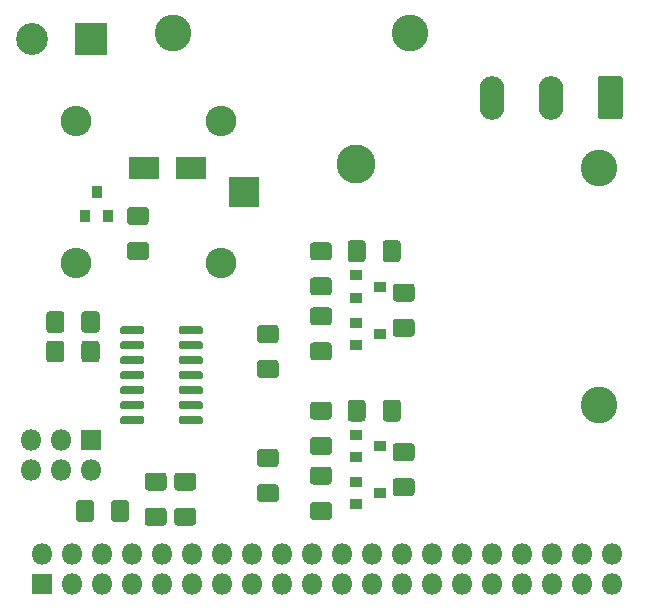
<source format=gbr>
%TF.GenerationSoftware,KiCad,Pcbnew,(5.1.6)-1*%
%TF.CreationDate,2020-09-02T15:00:01+09:00*%
%TF.ProjectId,attiny1614_accsupervisor,61747469-6e79-4313-9631-345f61636373,r01*%
%TF.SameCoordinates,Original*%
%TF.FileFunction,Soldermask,Bot*%
%TF.FilePolarity,Negative*%
%FSLAX46Y46*%
G04 Gerber Fmt 4.6, Leading zero omitted, Abs format (unit mm)*
G04 Created by KiCad (PCBNEW (5.1.6)-1) date 2020-09-02 15:00:01*
%MOMM*%
%LPD*%
G01*
G04 APERTURE LIST*
%ADD10R,2.600000X1.900000*%
%ADD11C,3.100000*%
%ADD12O,2.100000X3.700000*%
%ADD13R,2.700000X2.700000*%
%ADD14C,2.700000*%
%ADD15R,1.800000X1.800000*%
%ADD16O,1.800000X1.800000*%
%ADD17R,2.600000X2.600000*%
%ADD18O,2.600000X2.600000*%
%ADD19R,0.900000X1.000000*%
%ADD20R,1.000000X0.900000*%
%ADD21C,3.300000*%
G04 APERTURE END LIST*
%TO.C,C3*%
G36*
G01*
X202250000Y-92342544D02*
X202250000Y-93657456D01*
G75*
G02*
X201982456Y-93925000I-267544J0D01*
G01*
X200992544Y-93925000D01*
G75*
G02*
X200725000Y-93657456I0J267544D01*
G01*
X200725000Y-92342544D01*
G75*
G02*
X200992544Y-92075000I267544J0D01*
G01*
X201982456Y-92075000D01*
G75*
G02*
X202250000Y-92342544I0J-267544D01*
G01*
G37*
G36*
G01*
X199275000Y-92342544D02*
X199275000Y-93657456D01*
G75*
G02*
X199007456Y-93925000I-267544J0D01*
G01*
X198017544Y-93925000D01*
G75*
G02*
X197750000Y-93657456I0J267544D01*
G01*
X197750000Y-92342544D01*
G75*
G02*
X198017544Y-92075000I267544J0D01*
G01*
X199007456Y-92075000D01*
G75*
G02*
X199275000Y-92342544I0J-267544D01*
G01*
G37*
%TD*%
D10*
%TO.C,D1*%
X207500000Y-64000000D03*
X203500000Y-64000000D03*
%TD*%
D11*
%TO.C,F1*%
X226000000Y-52500000D03*
X206000000Y-52500000D03*
%TD*%
%TO.C,F2*%
X242000000Y-84000000D03*
X242000000Y-64000000D03*
%TD*%
%TO.C,J2*%
G36*
G01*
X244050000Y-56412500D02*
X244050000Y-59587500D01*
G75*
G02*
X243787500Y-59850000I-262500J0D01*
G01*
X242212500Y-59850000D01*
G75*
G02*
X241950000Y-59587500I0J262500D01*
G01*
X241950000Y-56412500D01*
G75*
G02*
X242212500Y-56150000I262500J0D01*
G01*
X243787500Y-56150000D01*
G75*
G02*
X244050000Y-56412500I0J-262500D01*
G01*
G37*
D12*
X238000000Y-58000000D03*
X233000000Y-58000000D03*
%TD*%
D13*
%TO.C,J3*%
X199000000Y-53000000D03*
D14*
X194000000Y-53000000D03*
%TD*%
D15*
%TO.C,J4*%
X194870000Y-99170000D03*
D16*
X194870000Y-96630000D03*
X197410000Y-99170000D03*
X197410000Y-96630000D03*
X199950000Y-99170000D03*
X199950000Y-96630000D03*
X202490000Y-99170000D03*
X202490000Y-96630000D03*
X205030000Y-99170000D03*
X205030000Y-96630000D03*
X207570000Y-99170000D03*
X207570000Y-96630000D03*
X210110000Y-99170000D03*
X210110000Y-96630000D03*
X212650000Y-99170000D03*
X212650000Y-96630000D03*
X215190000Y-99170000D03*
X215190000Y-96630000D03*
X217730000Y-99170000D03*
X217730000Y-96630000D03*
X220270000Y-99170000D03*
X220270000Y-96630000D03*
X222810000Y-99170000D03*
X222810000Y-96630000D03*
X225350000Y-99170000D03*
X225350000Y-96630000D03*
X227890000Y-99170000D03*
X227890000Y-96630000D03*
X230430000Y-99170000D03*
X230430000Y-96630000D03*
X232970000Y-99170000D03*
X232970000Y-96630000D03*
X235510000Y-99170000D03*
X235510000Y-96630000D03*
X238050000Y-99170000D03*
X238050000Y-96630000D03*
X240590000Y-99170000D03*
X240590000Y-96630000D03*
X243130000Y-99170000D03*
X243130000Y-96630000D03*
%TD*%
D15*
%TO.C,J5*%
X199000000Y-87000000D03*
D16*
X199000000Y-89540000D03*
X196460000Y-87000000D03*
X196460000Y-89540000D03*
X193920000Y-87000000D03*
X193920000Y-89540000D03*
%TD*%
D17*
%TO.C,K1*%
X212000000Y-66000000D03*
D18*
X210000000Y-60000000D03*
X197800000Y-60000000D03*
X197800000Y-72000000D03*
X210000000Y-72000000D03*
%TD*%
D19*
%TO.C,Q1*%
X200450000Y-68000000D03*
X198550000Y-68000000D03*
X199500000Y-66000000D03*
%TD*%
D20*
%TO.C,Q2*%
X223500000Y-78000000D03*
X221500000Y-77050000D03*
X221500000Y-78950000D03*
%TD*%
%TO.C,Q3*%
X221500000Y-92450000D03*
X221500000Y-90550000D03*
X223500000Y-91500000D03*
%TD*%
%TO.C,Q4*%
X221500000Y-74950000D03*
X221500000Y-73050000D03*
X223500000Y-74000000D03*
%TD*%
%TO.C,Q5*%
X223500000Y-87500000D03*
X221500000Y-86550000D03*
X221500000Y-88450000D03*
%TD*%
%TO.C,R1*%
G36*
G01*
X202342544Y-67250000D02*
X203657456Y-67250000D01*
G75*
G02*
X203925000Y-67517544I0J-267544D01*
G01*
X203925000Y-68507456D01*
G75*
G02*
X203657456Y-68775000I-267544J0D01*
G01*
X202342544Y-68775000D01*
G75*
G02*
X202075000Y-68507456I0J267544D01*
G01*
X202075000Y-67517544D01*
G75*
G02*
X202342544Y-67250000I267544J0D01*
G01*
G37*
G36*
G01*
X202342544Y-70225000D02*
X203657456Y-70225000D01*
G75*
G02*
X203925000Y-70492544I0J-267544D01*
G01*
X203925000Y-71482456D01*
G75*
G02*
X203657456Y-71750000I-267544J0D01*
G01*
X202342544Y-71750000D01*
G75*
G02*
X202075000Y-71482456I0J267544D01*
G01*
X202075000Y-70492544D01*
G75*
G02*
X202342544Y-70225000I267544J0D01*
G01*
G37*
%TD*%
%TO.C,R2*%
G36*
G01*
X213342544Y-80225000D02*
X214657456Y-80225000D01*
G75*
G02*
X214925000Y-80492544I0J-267544D01*
G01*
X214925000Y-81482456D01*
G75*
G02*
X214657456Y-81750000I-267544J0D01*
G01*
X213342544Y-81750000D01*
G75*
G02*
X213075000Y-81482456I0J267544D01*
G01*
X213075000Y-80492544D01*
G75*
G02*
X213342544Y-80225000I267544J0D01*
G01*
G37*
G36*
G01*
X213342544Y-77250000D02*
X214657456Y-77250000D01*
G75*
G02*
X214925000Y-77517544I0J-267544D01*
G01*
X214925000Y-78507456D01*
G75*
G02*
X214657456Y-78775000I-267544J0D01*
G01*
X213342544Y-78775000D01*
G75*
G02*
X213075000Y-78507456I0J267544D01*
G01*
X213075000Y-77517544D01*
G75*
G02*
X213342544Y-77250000I267544J0D01*
G01*
G37*
%TD*%
%TO.C,R3*%
G36*
G01*
X214657456Y-92250000D02*
X213342544Y-92250000D01*
G75*
G02*
X213075000Y-91982456I0J267544D01*
G01*
X213075000Y-90992544D01*
G75*
G02*
X213342544Y-90725000I267544J0D01*
G01*
X214657456Y-90725000D01*
G75*
G02*
X214925000Y-90992544I0J-267544D01*
G01*
X214925000Y-91982456D01*
G75*
G02*
X214657456Y-92250000I-267544J0D01*
G01*
G37*
G36*
G01*
X214657456Y-89275000D02*
X213342544Y-89275000D01*
G75*
G02*
X213075000Y-89007456I0J267544D01*
G01*
X213075000Y-88017544D01*
G75*
G02*
X213342544Y-87750000I267544J0D01*
G01*
X214657456Y-87750000D01*
G75*
G02*
X214925000Y-88017544I0J-267544D01*
G01*
X214925000Y-89007456D01*
G75*
G02*
X214657456Y-89275000I-267544J0D01*
G01*
G37*
%TD*%
%TO.C,R4*%
G36*
G01*
X226157456Y-78250000D02*
X224842544Y-78250000D01*
G75*
G02*
X224575000Y-77982456I0J267544D01*
G01*
X224575000Y-76992544D01*
G75*
G02*
X224842544Y-76725000I267544J0D01*
G01*
X226157456Y-76725000D01*
G75*
G02*
X226425000Y-76992544I0J-267544D01*
G01*
X226425000Y-77982456D01*
G75*
G02*
X226157456Y-78250000I-267544J0D01*
G01*
G37*
G36*
G01*
X226157456Y-75275000D02*
X224842544Y-75275000D01*
G75*
G02*
X224575000Y-75007456I0J267544D01*
G01*
X224575000Y-74017544D01*
G75*
G02*
X224842544Y-73750000I267544J0D01*
G01*
X226157456Y-73750000D01*
G75*
G02*
X226425000Y-74017544I0J-267544D01*
G01*
X226425000Y-75007456D01*
G75*
G02*
X226157456Y-75275000I-267544J0D01*
G01*
G37*
%TD*%
%TO.C,R5*%
G36*
G01*
X226157456Y-88775000D02*
X224842544Y-88775000D01*
G75*
G02*
X224575000Y-88507456I0J267544D01*
G01*
X224575000Y-87517544D01*
G75*
G02*
X224842544Y-87250000I267544J0D01*
G01*
X226157456Y-87250000D01*
G75*
G02*
X226425000Y-87517544I0J-267544D01*
G01*
X226425000Y-88507456D01*
G75*
G02*
X226157456Y-88775000I-267544J0D01*
G01*
G37*
G36*
G01*
X226157456Y-91750000D02*
X224842544Y-91750000D01*
G75*
G02*
X224575000Y-91482456I0J267544D01*
G01*
X224575000Y-90492544D01*
G75*
G02*
X224842544Y-90225000I267544J0D01*
G01*
X226157456Y-90225000D01*
G75*
G02*
X226425000Y-90492544I0J-267544D01*
G01*
X226425000Y-91482456D01*
G75*
G02*
X226157456Y-91750000I-267544J0D01*
G01*
G37*
%TD*%
%TO.C,R6*%
G36*
G01*
X220750000Y-71657456D02*
X220750000Y-70342544D01*
G75*
G02*
X221017544Y-70075000I267544J0D01*
G01*
X222007456Y-70075000D01*
G75*
G02*
X222275000Y-70342544I0J-267544D01*
G01*
X222275000Y-71657456D01*
G75*
G02*
X222007456Y-71925000I-267544J0D01*
G01*
X221017544Y-71925000D01*
G75*
G02*
X220750000Y-71657456I0J267544D01*
G01*
G37*
G36*
G01*
X223725000Y-71657456D02*
X223725000Y-70342544D01*
G75*
G02*
X223992544Y-70075000I267544J0D01*
G01*
X224982456Y-70075000D01*
G75*
G02*
X225250000Y-70342544I0J-267544D01*
G01*
X225250000Y-71657456D01*
G75*
G02*
X224982456Y-71925000I-267544J0D01*
G01*
X223992544Y-71925000D01*
G75*
G02*
X223725000Y-71657456I0J267544D01*
G01*
G37*
%TD*%
%TO.C,R7*%
G36*
G01*
X223725000Y-85157456D02*
X223725000Y-83842544D01*
G75*
G02*
X223992544Y-83575000I267544J0D01*
G01*
X224982456Y-83575000D01*
G75*
G02*
X225250000Y-83842544I0J-267544D01*
G01*
X225250000Y-85157456D01*
G75*
G02*
X224982456Y-85425000I-267544J0D01*
G01*
X223992544Y-85425000D01*
G75*
G02*
X223725000Y-85157456I0J267544D01*
G01*
G37*
G36*
G01*
X220750000Y-85157456D02*
X220750000Y-83842544D01*
G75*
G02*
X221017544Y-83575000I267544J0D01*
G01*
X222007456Y-83575000D01*
G75*
G02*
X222275000Y-83842544I0J-267544D01*
G01*
X222275000Y-85157456D01*
G75*
G02*
X222007456Y-85425000I-267544J0D01*
G01*
X221017544Y-85425000D01*
G75*
G02*
X220750000Y-85157456I0J267544D01*
G01*
G37*
%TD*%
%TO.C,R8*%
G36*
G01*
X219157456Y-74750000D02*
X217842544Y-74750000D01*
G75*
G02*
X217575000Y-74482456I0J267544D01*
G01*
X217575000Y-73492544D01*
G75*
G02*
X217842544Y-73225000I267544J0D01*
G01*
X219157456Y-73225000D01*
G75*
G02*
X219425000Y-73492544I0J-267544D01*
G01*
X219425000Y-74482456D01*
G75*
G02*
X219157456Y-74750000I-267544J0D01*
G01*
G37*
G36*
G01*
X219157456Y-71775000D02*
X217842544Y-71775000D01*
G75*
G02*
X217575000Y-71507456I0J267544D01*
G01*
X217575000Y-70517544D01*
G75*
G02*
X217842544Y-70250000I267544J0D01*
G01*
X219157456Y-70250000D01*
G75*
G02*
X219425000Y-70517544I0J-267544D01*
G01*
X219425000Y-71507456D01*
G75*
G02*
X219157456Y-71775000I-267544J0D01*
G01*
G37*
%TD*%
%TO.C,R9*%
G36*
G01*
X219157456Y-85275000D02*
X217842544Y-85275000D01*
G75*
G02*
X217575000Y-85007456I0J267544D01*
G01*
X217575000Y-84017544D01*
G75*
G02*
X217842544Y-83750000I267544J0D01*
G01*
X219157456Y-83750000D01*
G75*
G02*
X219425000Y-84017544I0J-267544D01*
G01*
X219425000Y-85007456D01*
G75*
G02*
X219157456Y-85275000I-267544J0D01*
G01*
G37*
G36*
G01*
X219157456Y-88250000D02*
X217842544Y-88250000D01*
G75*
G02*
X217575000Y-87982456I0J267544D01*
G01*
X217575000Y-86992544D01*
G75*
G02*
X217842544Y-86725000I267544J0D01*
G01*
X219157456Y-86725000D01*
G75*
G02*
X219425000Y-86992544I0J-267544D01*
G01*
X219425000Y-87982456D01*
G75*
G02*
X219157456Y-88250000I-267544J0D01*
G01*
G37*
%TD*%
%TO.C,R10*%
G36*
G01*
X219157456Y-77275000D02*
X217842544Y-77275000D01*
G75*
G02*
X217575000Y-77007456I0J267544D01*
G01*
X217575000Y-76017544D01*
G75*
G02*
X217842544Y-75750000I267544J0D01*
G01*
X219157456Y-75750000D01*
G75*
G02*
X219425000Y-76017544I0J-267544D01*
G01*
X219425000Y-77007456D01*
G75*
G02*
X219157456Y-77275000I-267544J0D01*
G01*
G37*
G36*
G01*
X219157456Y-80250000D02*
X217842544Y-80250000D01*
G75*
G02*
X217575000Y-79982456I0J267544D01*
G01*
X217575000Y-78992544D01*
G75*
G02*
X217842544Y-78725000I267544J0D01*
G01*
X219157456Y-78725000D01*
G75*
G02*
X219425000Y-78992544I0J-267544D01*
G01*
X219425000Y-79982456D01*
G75*
G02*
X219157456Y-80250000I-267544J0D01*
G01*
G37*
%TD*%
%TO.C,R11*%
G36*
G01*
X219157456Y-93750000D02*
X217842544Y-93750000D01*
G75*
G02*
X217575000Y-93482456I0J267544D01*
G01*
X217575000Y-92492544D01*
G75*
G02*
X217842544Y-92225000I267544J0D01*
G01*
X219157456Y-92225000D01*
G75*
G02*
X219425000Y-92492544I0J-267544D01*
G01*
X219425000Y-93482456D01*
G75*
G02*
X219157456Y-93750000I-267544J0D01*
G01*
G37*
G36*
G01*
X219157456Y-90775000D02*
X217842544Y-90775000D01*
G75*
G02*
X217575000Y-90507456I0J267544D01*
G01*
X217575000Y-89517544D01*
G75*
G02*
X217842544Y-89250000I267544J0D01*
G01*
X219157456Y-89250000D01*
G75*
G02*
X219425000Y-89517544I0J-267544D01*
G01*
X219425000Y-90507456D01*
G75*
G02*
X219157456Y-90775000I-267544J0D01*
G01*
G37*
%TD*%
%TO.C,R12*%
G36*
G01*
X207657456Y-94250000D02*
X206342544Y-94250000D01*
G75*
G02*
X206075000Y-93982456I0J267544D01*
G01*
X206075000Y-92992544D01*
G75*
G02*
X206342544Y-92725000I267544J0D01*
G01*
X207657456Y-92725000D01*
G75*
G02*
X207925000Y-92992544I0J-267544D01*
G01*
X207925000Y-93982456D01*
G75*
G02*
X207657456Y-94250000I-267544J0D01*
G01*
G37*
G36*
G01*
X207657456Y-91275000D02*
X206342544Y-91275000D01*
G75*
G02*
X206075000Y-91007456I0J267544D01*
G01*
X206075000Y-90017544D01*
G75*
G02*
X206342544Y-89750000I267544J0D01*
G01*
X207657456Y-89750000D01*
G75*
G02*
X207925000Y-90017544I0J-267544D01*
G01*
X207925000Y-91007456D01*
G75*
G02*
X207657456Y-91275000I-267544J0D01*
G01*
G37*
%TD*%
%TO.C,R13*%
G36*
G01*
X198225000Y-77657456D02*
X198225000Y-76342544D01*
G75*
G02*
X198492544Y-76075000I267544J0D01*
G01*
X199482456Y-76075000D01*
G75*
G02*
X199750000Y-76342544I0J-267544D01*
G01*
X199750000Y-77657456D01*
G75*
G02*
X199482456Y-77925000I-267544J0D01*
G01*
X198492544Y-77925000D01*
G75*
G02*
X198225000Y-77657456I0J267544D01*
G01*
G37*
G36*
G01*
X195250000Y-77657456D02*
X195250000Y-76342544D01*
G75*
G02*
X195517544Y-76075000I267544J0D01*
G01*
X196507456Y-76075000D01*
G75*
G02*
X196775000Y-76342544I0J-267544D01*
G01*
X196775000Y-77657456D01*
G75*
G02*
X196507456Y-77925000I-267544J0D01*
G01*
X195517544Y-77925000D01*
G75*
G02*
X195250000Y-77657456I0J267544D01*
G01*
G37*
%TD*%
%TO.C,R14*%
G36*
G01*
X195250000Y-80157456D02*
X195250000Y-78842544D01*
G75*
G02*
X195517544Y-78575000I267544J0D01*
G01*
X196507456Y-78575000D01*
G75*
G02*
X196775000Y-78842544I0J-267544D01*
G01*
X196775000Y-80157456D01*
G75*
G02*
X196507456Y-80425000I-267544J0D01*
G01*
X195517544Y-80425000D01*
G75*
G02*
X195250000Y-80157456I0J267544D01*
G01*
G37*
G36*
G01*
X198225000Y-80157456D02*
X198225000Y-78842544D01*
G75*
G02*
X198492544Y-78575000I267544J0D01*
G01*
X199482456Y-78575000D01*
G75*
G02*
X199750000Y-78842544I0J-267544D01*
G01*
X199750000Y-80157456D01*
G75*
G02*
X199482456Y-80425000I-267544J0D01*
G01*
X198492544Y-80425000D01*
G75*
G02*
X198225000Y-80157456I0J267544D01*
G01*
G37*
%TD*%
%TO.C,R15*%
G36*
G01*
X205157456Y-91275000D02*
X203842544Y-91275000D01*
G75*
G02*
X203575000Y-91007456I0J267544D01*
G01*
X203575000Y-90017544D01*
G75*
G02*
X203842544Y-89750000I267544J0D01*
G01*
X205157456Y-89750000D01*
G75*
G02*
X205425000Y-90017544I0J-267544D01*
G01*
X205425000Y-91007456D01*
G75*
G02*
X205157456Y-91275000I-267544J0D01*
G01*
G37*
G36*
G01*
X205157456Y-94250000D02*
X203842544Y-94250000D01*
G75*
G02*
X203575000Y-93982456I0J267544D01*
G01*
X203575000Y-92992544D01*
G75*
G02*
X203842544Y-92725000I267544J0D01*
G01*
X205157456Y-92725000D01*
G75*
G02*
X205425000Y-92992544I0J-267544D01*
G01*
X205425000Y-93982456D01*
G75*
G02*
X205157456Y-94250000I-267544J0D01*
G01*
G37*
%TD*%
%TO.C,U1*%
G36*
G01*
X201500000Y-85485000D02*
X201500000Y-85135000D01*
G75*
G02*
X201675000Y-84960000I175000J0D01*
G01*
X203375000Y-84960000D01*
G75*
G02*
X203550000Y-85135000I0J-175000D01*
G01*
X203550000Y-85485000D01*
G75*
G02*
X203375000Y-85660000I-175000J0D01*
G01*
X201675000Y-85660000D01*
G75*
G02*
X201500000Y-85485000I0J175000D01*
G01*
G37*
G36*
G01*
X201500000Y-84215000D02*
X201500000Y-83865000D01*
G75*
G02*
X201675000Y-83690000I175000J0D01*
G01*
X203375000Y-83690000D01*
G75*
G02*
X203550000Y-83865000I0J-175000D01*
G01*
X203550000Y-84215000D01*
G75*
G02*
X203375000Y-84390000I-175000J0D01*
G01*
X201675000Y-84390000D01*
G75*
G02*
X201500000Y-84215000I0J175000D01*
G01*
G37*
G36*
G01*
X201500000Y-82945000D02*
X201500000Y-82595000D01*
G75*
G02*
X201675000Y-82420000I175000J0D01*
G01*
X203375000Y-82420000D01*
G75*
G02*
X203550000Y-82595000I0J-175000D01*
G01*
X203550000Y-82945000D01*
G75*
G02*
X203375000Y-83120000I-175000J0D01*
G01*
X201675000Y-83120000D01*
G75*
G02*
X201500000Y-82945000I0J175000D01*
G01*
G37*
G36*
G01*
X201500000Y-81675000D02*
X201500000Y-81325000D01*
G75*
G02*
X201675000Y-81150000I175000J0D01*
G01*
X203375000Y-81150000D01*
G75*
G02*
X203550000Y-81325000I0J-175000D01*
G01*
X203550000Y-81675000D01*
G75*
G02*
X203375000Y-81850000I-175000J0D01*
G01*
X201675000Y-81850000D01*
G75*
G02*
X201500000Y-81675000I0J175000D01*
G01*
G37*
G36*
G01*
X201500000Y-80405000D02*
X201500000Y-80055000D01*
G75*
G02*
X201675000Y-79880000I175000J0D01*
G01*
X203375000Y-79880000D01*
G75*
G02*
X203550000Y-80055000I0J-175000D01*
G01*
X203550000Y-80405000D01*
G75*
G02*
X203375000Y-80580000I-175000J0D01*
G01*
X201675000Y-80580000D01*
G75*
G02*
X201500000Y-80405000I0J175000D01*
G01*
G37*
G36*
G01*
X201500000Y-79135000D02*
X201500000Y-78785000D01*
G75*
G02*
X201675000Y-78610000I175000J0D01*
G01*
X203375000Y-78610000D01*
G75*
G02*
X203550000Y-78785000I0J-175000D01*
G01*
X203550000Y-79135000D01*
G75*
G02*
X203375000Y-79310000I-175000J0D01*
G01*
X201675000Y-79310000D01*
G75*
G02*
X201500000Y-79135000I0J175000D01*
G01*
G37*
G36*
G01*
X201500000Y-77865000D02*
X201500000Y-77515000D01*
G75*
G02*
X201675000Y-77340000I175000J0D01*
G01*
X203375000Y-77340000D01*
G75*
G02*
X203550000Y-77515000I0J-175000D01*
G01*
X203550000Y-77865000D01*
G75*
G02*
X203375000Y-78040000I-175000J0D01*
G01*
X201675000Y-78040000D01*
G75*
G02*
X201500000Y-77865000I0J175000D01*
G01*
G37*
G36*
G01*
X206450000Y-77865000D02*
X206450000Y-77515000D01*
G75*
G02*
X206625000Y-77340000I175000J0D01*
G01*
X208325000Y-77340000D01*
G75*
G02*
X208500000Y-77515000I0J-175000D01*
G01*
X208500000Y-77865000D01*
G75*
G02*
X208325000Y-78040000I-175000J0D01*
G01*
X206625000Y-78040000D01*
G75*
G02*
X206450000Y-77865000I0J175000D01*
G01*
G37*
G36*
G01*
X206450000Y-79135000D02*
X206450000Y-78785000D01*
G75*
G02*
X206625000Y-78610000I175000J0D01*
G01*
X208325000Y-78610000D01*
G75*
G02*
X208500000Y-78785000I0J-175000D01*
G01*
X208500000Y-79135000D01*
G75*
G02*
X208325000Y-79310000I-175000J0D01*
G01*
X206625000Y-79310000D01*
G75*
G02*
X206450000Y-79135000I0J175000D01*
G01*
G37*
G36*
G01*
X206450000Y-80405000D02*
X206450000Y-80055000D01*
G75*
G02*
X206625000Y-79880000I175000J0D01*
G01*
X208325000Y-79880000D01*
G75*
G02*
X208500000Y-80055000I0J-175000D01*
G01*
X208500000Y-80405000D01*
G75*
G02*
X208325000Y-80580000I-175000J0D01*
G01*
X206625000Y-80580000D01*
G75*
G02*
X206450000Y-80405000I0J175000D01*
G01*
G37*
G36*
G01*
X206450000Y-81675000D02*
X206450000Y-81325000D01*
G75*
G02*
X206625000Y-81150000I175000J0D01*
G01*
X208325000Y-81150000D01*
G75*
G02*
X208500000Y-81325000I0J-175000D01*
G01*
X208500000Y-81675000D01*
G75*
G02*
X208325000Y-81850000I-175000J0D01*
G01*
X206625000Y-81850000D01*
G75*
G02*
X206450000Y-81675000I0J175000D01*
G01*
G37*
G36*
G01*
X206450000Y-82945000D02*
X206450000Y-82595000D01*
G75*
G02*
X206625000Y-82420000I175000J0D01*
G01*
X208325000Y-82420000D01*
G75*
G02*
X208500000Y-82595000I0J-175000D01*
G01*
X208500000Y-82945000D01*
G75*
G02*
X208325000Y-83120000I-175000J0D01*
G01*
X206625000Y-83120000D01*
G75*
G02*
X206450000Y-82945000I0J175000D01*
G01*
G37*
G36*
G01*
X206450000Y-84215000D02*
X206450000Y-83865000D01*
G75*
G02*
X206625000Y-83690000I175000J0D01*
G01*
X208325000Y-83690000D01*
G75*
G02*
X208500000Y-83865000I0J-175000D01*
G01*
X208500000Y-84215000D01*
G75*
G02*
X208325000Y-84390000I-175000J0D01*
G01*
X206625000Y-84390000D01*
G75*
G02*
X206450000Y-84215000I0J175000D01*
G01*
G37*
G36*
G01*
X206450000Y-85485000D02*
X206450000Y-85135000D01*
G75*
G02*
X206625000Y-84960000I175000J0D01*
G01*
X208325000Y-84960000D01*
G75*
G02*
X208500000Y-85135000I0J-175000D01*
G01*
X208500000Y-85485000D01*
G75*
G02*
X208325000Y-85660000I-175000J0D01*
G01*
X206625000Y-85660000D01*
G75*
G02*
X206450000Y-85485000I0J175000D01*
G01*
G37*
%TD*%
D21*
%TO.C,H1*%
X221500000Y-63600000D03*
%TD*%
M02*

</source>
